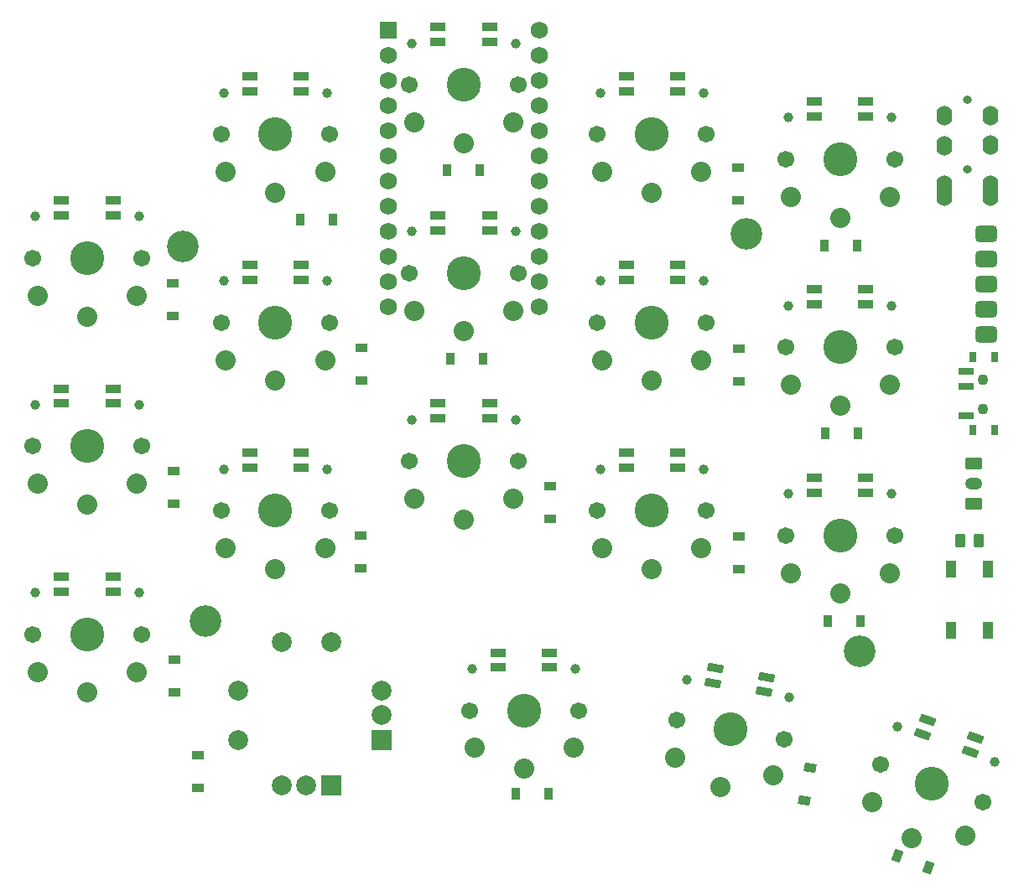
<source format=gbr>
%TF.GenerationSoftware,KiCad,Pcbnew,7.0.8*%
%TF.CreationDate,2023-11-08T13:39:32-05:00*%
%TF.ProjectId,bgkeeb,62676b65-6562-42e6-9b69-6361645f7063,rev?*%
%TF.SameCoordinates,Original*%
%TF.FileFunction,Soldermask,Top*%
%TF.FilePolarity,Negative*%
%FSLAX46Y46*%
G04 Gerber Fmt 4.6, Leading zero omitted, Abs format (unit mm)*
G04 Created by KiCad (PCBNEW 7.0.8) date 2023-11-08 13:39:32*
%MOMM*%
%LPD*%
G01*
G04 APERTURE LIST*
G04 Aperture macros list*
%AMRoundRect*
0 Rectangle with rounded corners*
0 $1 Rounding radius*
0 $2 $3 $4 $5 $6 $7 $8 $9 X,Y pos of 4 corners*
0 Add a 4 corners polygon primitive as box body*
4,1,4,$2,$3,$4,$5,$6,$7,$8,$9,$2,$3,0*
0 Add four circle primitives for the rounded corners*
1,1,$1+$1,$2,$3*
1,1,$1+$1,$4,$5*
1,1,$1+$1,$6,$7*
1,1,$1+$1,$8,$9*
0 Add four rect primitives between the rounded corners*
20,1,$1+$1,$2,$3,$4,$5,0*
20,1,$1+$1,$4,$5,$6,$7,0*
20,1,$1+$1,$6,$7,$8,$9,0*
20,1,$1+$1,$8,$9,$2,$3,0*%
%AMRotRect*
0 Rectangle, with rotation*
0 The origin of the aperture is its center*
0 $1 length*
0 $2 width*
0 $3 Rotation angle, in degrees counterclockwise*
0 Add horizontal line*
21,1,$1,$2,0,0,$3*%
G04 Aperture macros list end*
%ADD10RoundRect,0.250000X-0.262500X-0.450000X0.262500X-0.450000X0.262500X0.450000X-0.262500X0.450000X0*%
%ADD11C,1.701800*%
%ADD12C,0.990600*%
%ADD13C,3.429000*%
%ADD14C,2.032000*%
%ADD15R,1.100000X1.800000*%
%ADD16R,1.752600X1.752600*%
%ADD17C,1.752600*%
%ADD18R,2.000000X2.000000*%
%ADD19C,2.000000*%
%ADD20C,3.200000*%
%ADD21C,0.800000*%
%ADD22O,1.600000X2.000000*%
%ADD23R,1.200000X0.900000*%
%ADD24R,0.900000X1.200000*%
%ADD25RotRect,0.900000X1.200000X80.000000*%
%ADD26RotRect,0.900000X1.200000X340.000000*%
%ADD27RoundRect,0.250000X-0.625000X0.350000X-0.625000X-0.350000X0.625000X-0.350000X0.625000X0.350000X0*%
%ADD28O,1.750000X1.200000*%
%ADD29R,0.800000X1.000000*%
%ADD30C,1.100000*%
%ADD31R,1.500000X0.700000*%
%ADD32RoundRect,0.425000X0.675000X0.425000X-0.675000X0.425000X-0.675000X-0.425000X0.675000X-0.425000X0*%
%ADD33RoundRect,0.425000X0.675000X-0.425000X0.675000X0.425000X-0.675000X0.425000X-0.675000X-0.425000X0*%
%ADD34RoundRect,0.082000X0.718000X-0.328000X0.718000X0.328000X-0.718000X0.328000X-0.718000X-0.328000X0*%
%ADD35RoundRect,0.082000X0.650135X-0.447696X0.764049X0.198338X-0.650135X0.447696X-0.764049X-0.198338X0*%
%ADD36RoundRect,0.082000X0.562517X-0.553790X0.786882X0.062649X-0.562517X0.553790X-0.786882X-0.062649X0*%
G04 APERTURE END LIST*
D10*
%TO.C,R4*%
X149131093Y-86540404D03*
X150956093Y-86540404D03*
%TD*%
D11*
%TO.C,SW2*%
X74497588Y-45526488D03*
D12*
X74777588Y-41326488D03*
D13*
X79997588Y-45526488D03*
D12*
X85217588Y-41326488D03*
D11*
X85497588Y-45526488D03*
D14*
X79997588Y-51426488D03*
X74997588Y-49326488D03*
X84997588Y-49326488D03*
%TD*%
D11*
%TO.C,SW3*%
X93497587Y-40526488D03*
D12*
X93777587Y-36326488D03*
D13*
X98997587Y-40526488D03*
D12*
X104217587Y-36326488D03*
D11*
X104497587Y-40526488D03*
D14*
X98997587Y-46426488D03*
X93997587Y-44326488D03*
X103997587Y-44326488D03*
%TD*%
D11*
%TO.C,SW4*%
X112497586Y-45526488D03*
D12*
X112777586Y-41326488D03*
D13*
X117997586Y-45526488D03*
D12*
X123217586Y-41326488D03*
D11*
X123497586Y-45526488D03*
D14*
X117997586Y-51426488D03*
X112997586Y-49326488D03*
X122997586Y-49326488D03*
%TD*%
D11*
%TO.C,SW5*%
X131497585Y-48026489D03*
D12*
X131777585Y-43826489D03*
D13*
X136997585Y-48026489D03*
D12*
X142217585Y-43826489D03*
D11*
X142497585Y-48026489D03*
D14*
X136997585Y-53926489D03*
X131997585Y-51826489D03*
X141997585Y-51826489D03*
%TD*%
D11*
%TO.C,SW11*%
X55497589Y-77026486D03*
D12*
X55777589Y-72826486D03*
D13*
X60997589Y-77026486D03*
D12*
X66217589Y-72826486D03*
D11*
X66497589Y-77026486D03*
D14*
X60997589Y-82926486D03*
X55997589Y-80826486D03*
X65997589Y-80826486D03*
%TD*%
D11*
%TO.C,SW12*%
X74497588Y-64526487D03*
D12*
X74777588Y-60326487D03*
D13*
X79997588Y-64526487D03*
D12*
X85217588Y-60326487D03*
D11*
X85497588Y-64526487D03*
D14*
X79997588Y-70426487D03*
X74997588Y-68326487D03*
X84997588Y-68326487D03*
%TD*%
D11*
%TO.C,SW13*%
X93497587Y-59526487D03*
D12*
X93777587Y-55326487D03*
D13*
X98997587Y-59526487D03*
D12*
X104217587Y-55326487D03*
D11*
X104497587Y-59526487D03*
D14*
X98997587Y-65426487D03*
X93997587Y-63326487D03*
X103997587Y-63326487D03*
%TD*%
D11*
%TO.C,SW14*%
X112497586Y-64526487D03*
D12*
X112777586Y-60326487D03*
D13*
X117997586Y-64526487D03*
D12*
X123217586Y-60326487D03*
D11*
X123497586Y-64526487D03*
D14*
X117997586Y-70426487D03*
X112997586Y-68326487D03*
X122997586Y-68326487D03*
%TD*%
D11*
%TO.C,SW15*%
X131497585Y-67026488D03*
D12*
X131777585Y-62826488D03*
D13*
X136997585Y-67026488D03*
D12*
X142217585Y-62826488D03*
D11*
X142497585Y-67026488D03*
D14*
X136997585Y-72926488D03*
X131997585Y-70826488D03*
X141997585Y-70826488D03*
%TD*%
D11*
%TO.C,SW21*%
X55497588Y-96026485D03*
D12*
X55777588Y-91826485D03*
D13*
X60997588Y-96026485D03*
D12*
X66217588Y-91826485D03*
D11*
X66497588Y-96026485D03*
D14*
X60997588Y-101926485D03*
X55997588Y-99826485D03*
X65997588Y-99826485D03*
%TD*%
D11*
%TO.C,SW22*%
X74497587Y-83526486D03*
D12*
X74777587Y-79326486D03*
D13*
X79997587Y-83526486D03*
D12*
X85217587Y-79326486D03*
D11*
X85497587Y-83526486D03*
D14*
X79997587Y-89426486D03*
X74997587Y-87326486D03*
X84997587Y-87326486D03*
%TD*%
D11*
%TO.C,SW23*%
X93497586Y-78526487D03*
D12*
X93777586Y-74326487D03*
D13*
X98997586Y-78526487D03*
D12*
X104217586Y-74326487D03*
D11*
X104497586Y-78526487D03*
D14*
X98997586Y-84426487D03*
X93997586Y-82326487D03*
X103997586Y-82326487D03*
%TD*%
D11*
%TO.C,SW24*%
X112497586Y-83526487D03*
D12*
X112777586Y-79326487D03*
D13*
X117997586Y-83526487D03*
D12*
X123217586Y-79326487D03*
D11*
X123497586Y-83526487D03*
D14*
X117997586Y-89426487D03*
X112997586Y-87326487D03*
X122997586Y-87326487D03*
%TD*%
D11*
%TO.C,SW25*%
X131497585Y-86026487D03*
D12*
X131777585Y-81826487D03*
D13*
X136997585Y-86026487D03*
D12*
X142217585Y-81826487D03*
D11*
X142497585Y-86026487D03*
D14*
X136997585Y-91926487D03*
X131997585Y-89826487D03*
X141997585Y-89826487D03*
%TD*%
D11*
%TO.C,SW34*%
X120547231Y-104685691D03*
D12*
X121552300Y-100598120D03*
D13*
X125963674Y-105640756D03*
D12*
X131833693Y-102411007D03*
D11*
X131380117Y-106595821D03*
D14*
X124939150Y-111451122D03*
X120379772Y-108514785D03*
X130227850Y-110251266D03*
%TD*%
D11*
%TO.C,SW35*%
X141079806Y-109194845D03*
D12*
X142779404Y-105343902D03*
D13*
X146248115Y-111075956D03*
D12*
X152589795Y-108914592D03*
D11*
X151416424Y-112957067D03*
D14*
X144230196Y-116620142D03*
X140249975Y-112936687D03*
X149646902Y-116356889D03*
%TD*%
D15*
%TO.C,SW41*%
X148193593Y-95609404D03*
X151893593Y-89409404D03*
X151893593Y-95609404D03*
X148193593Y-89409404D03*
%TD*%
D11*
%TO.C,SW1*%
X55497589Y-58026487D03*
D12*
X55777589Y-53826487D03*
D13*
X60997589Y-58026487D03*
D12*
X66217589Y-53826487D03*
D11*
X66497589Y-58026487D03*
D14*
X60997589Y-63926487D03*
X55997589Y-61826487D03*
X65997589Y-61826487D03*
%TD*%
D16*
%TO.C,U1*%
X91369593Y-34978404D03*
D17*
X91369593Y-37518404D03*
X91369593Y-40058404D03*
X91369593Y-42598404D03*
X91369593Y-45138404D03*
X91369593Y-47678404D03*
X91369593Y-50218404D03*
X91369593Y-52758404D03*
X91369593Y-55298404D03*
X91369593Y-57838404D03*
X91369593Y-60378404D03*
X91369593Y-62918404D03*
X106609593Y-62918404D03*
X106609593Y-60378404D03*
X106609593Y-57838404D03*
X106609593Y-55298404D03*
X106609593Y-52758404D03*
X106609593Y-50218404D03*
X106609593Y-47678404D03*
X106609593Y-45138404D03*
X106609593Y-42598404D03*
X106609593Y-40058404D03*
X106609593Y-37518404D03*
X106609593Y-34978404D03*
%TD*%
D18*
%TO.C,SW42*%
X90741593Y-106693404D03*
D19*
X90741593Y-101693404D03*
X90741593Y-104193404D03*
X76241593Y-101693404D03*
X76241593Y-106693404D03*
%TD*%
D11*
%TO.C,SW6*%
X99578593Y-103714404D03*
D12*
X99858593Y-99514404D03*
D13*
X105078593Y-103714404D03*
D12*
X110298593Y-99514404D03*
D11*
X110578593Y-103714404D03*
D14*
X105078593Y-109614404D03*
X100078593Y-107514404D03*
X110078593Y-107514404D03*
%TD*%
D20*
%TO.C,*%
X138994593Y-97716404D03*
%TD*%
%TO.C,*%
X72954593Y-94668404D03*
%TD*%
D21*
%TO.C,U3*%
X149840393Y-42039404D03*
X149840393Y-49039404D03*
D22*
X147540393Y-51739404D03*
X152140393Y-50639404D03*
X152140393Y-46639404D03*
X152140393Y-43639404D03*
%TD*%
D23*
%TO.C,D7*%
X69665293Y-63857204D03*
X69665293Y-60557204D03*
%TD*%
%TO.C,D8*%
X69677993Y-82869104D03*
X69677993Y-79569104D03*
%TD*%
%TO.C,D9*%
X69779593Y-101919104D03*
X69779593Y-98619104D03*
%TD*%
D24*
%TO.C,D10*%
X85818693Y-54168104D03*
X82518693Y-54168104D03*
%TD*%
D23*
%TO.C,D16*%
X88677193Y-70359604D03*
X88677193Y-67059604D03*
%TD*%
%TO.C,D17*%
X88613693Y-89371504D03*
X88613693Y-86071504D03*
%TD*%
D24*
%TO.C,D18*%
X97326893Y-49100804D03*
X100626893Y-49100804D03*
%TD*%
%TO.C,D19*%
X97631693Y-68201604D03*
X100931693Y-68201604D03*
%TD*%
D23*
%TO.C,D20*%
X107752593Y-84367704D03*
X107752593Y-81067704D03*
%TD*%
D24*
%TO.C,D26*%
X104222993Y-112118204D03*
X107522993Y-112118204D03*
%TD*%
D23*
%TO.C,D27*%
X126726393Y-52160504D03*
X126726393Y-48860504D03*
%TD*%
%TO.C,D28*%
X126802593Y-70448504D03*
X126802593Y-67148504D03*
%TD*%
%TO.C,D29*%
X126739093Y-89396904D03*
X126739093Y-86096904D03*
%TD*%
D25*
%TO.C,D30*%
X133374074Y-112790637D03*
X133947112Y-109540771D03*
%TD*%
D24*
%TO.C,D31*%
X135452293Y-56733504D03*
X138752293Y-56733504D03*
%TD*%
%TO.C,D32*%
X135477693Y-75694604D03*
X138777693Y-75694604D03*
%TD*%
%TO.C,D33*%
X135757093Y-94693804D03*
X139057093Y-94693804D03*
%TD*%
D26*
%TO.C,D36*%
X142778100Y-118424571D03*
X145879086Y-119553237D03*
%TD*%
D23*
%TO.C,D37*%
X72192593Y-111558404D03*
X72192593Y-108258404D03*
%TD*%
D20*
%TO.C,*%
X127564593Y-55552404D03*
%TD*%
D27*
%TO.C,BATJ1*%
X150486993Y-78800004D03*
X150486993Y-82800004D03*
D28*
X150486993Y-80800004D03*
%TD*%
D20*
%TO.C,*%
X70668593Y-56822404D03*
%TD*%
D29*
%TO.C,SW_POWER1*%
X150373793Y-75349204D03*
X152583793Y-75349204D03*
D30*
X151415793Y-73281204D03*
X151415793Y-70281204D03*
D29*
X150373793Y-68049204D03*
X152583793Y-68049204D03*
D31*
X149723793Y-73949204D03*
X149723793Y-70949204D03*
X149723793Y-69449204D03*
%TD*%
D32*
%TO.C,J1*%
X151745393Y-55577804D03*
D33*
X151745393Y-58117804D03*
X151745393Y-60657804D03*
X151745393Y-63197804D03*
X151745393Y-65737804D03*
%TD*%
D21*
%TO.C,U4*%
X149851793Y-49067804D03*
X149851793Y-42067804D03*
D22*
X152151793Y-51767804D03*
X147551793Y-50667804D03*
X147551793Y-46667804D03*
X147551793Y-43667804D03*
%TD*%
D18*
%TO.C,SW7*%
X85614593Y-111312404D03*
D19*
X80614593Y-111312404D03*
X83114593Y-111312404D03*
X80614593Y-96812404D03*
X85614593Y-96812404D03*
%TD*%
D34*
%TO.C,D38*%
X58397589Y-53696488D03*
X58397589Y-52196488D03*
X63597589Y-52196488D03*
X63597589Y-53696488D03*
%TD*%
%TO.C,D39*%
X115397586Y-79196488D03*
X115397586Y-77696488D03*
X120597586Y-77696488D03*
X120597586Y-79196488D03*
%TD*%
%TO.C,D40*%
X58397589Y-72696487D03*
X58397589Y-71196487D03*
X63597589Y-71196487D03*
X63597589Y-72696487D03*
%TD*%
%TO.C,D44*%
X115397586Y-60196488D03*
X115397586Y-58696488D03*
X120597586Y-58696488D03*
X120597586Y-60196488D03*
%TD*%
%TO.C,D58*%
X58397588Y-91696486D03*
X58397588Y-90196486D03*
X63597588Y-90196486D03*
X63597588Y-91696486D03*
%TD*%
%TO.C,D61*%
X115397586Y-41196489D03*
X115397586Y-39696489D03*
X120597586Y-39696489D03*
X120597586Y-41196489D03*
%TD*%
%TO.C,D62*%
X134397585Y-43696490D03*
X134397585Y-42196490D03*
X139597585Y-42196490D03*
X139597585Y-43696490D03*
%TD*%
%TO.C,D63*%
X77397587Y-79196487D03*
X77397587Y-77696487D03*
X82597587Y-77696487D03*
X82597587Y-79196487D03*
%TD*%
%TO.C,D64*%
X134397585Y-62696489D03*
X134397585Y-61196489D03*
X139597585Y-61196489D03*
X139597585Y-62696489D03*
%TD*%
%TO.C,D65*%
X77397588Y-60196488D03*
X77397588Y-58696488D03*
X82597588Y-58696488D03*
X82597588Y-60196488D03*
%TD*%
%TO.C,D66*%
X134397585Y-81696488D03*
X134397585Y-80196488D03*
X139597585Y-80196488D03*
X139597585Y-81696488D03*
%TD*%
%TO.C,D67*%
X77397588Y-41196489D03*
X77397588Y-39696489D03*
X82597588Y-39696489D03*
X82597588Y-41196489D03*
%TD*%
%TO.C,D68*%
X102478593Y-99384405D03*
X102478593Y-97884405D03*
X107678593Y-97884405D03*
X107678593Y-99384405D03*
%TD*%
%TO.C,D69*%
X96397587Y-36196489D03*
X96397587Y-34696489D03*
X101597587Y-34696489D03*
X101597587Y-36196489D03*
%TD*%
%TO.C,D70*%
X96397587Y-55196488D03*
X96397587Y-53696488D03*
X101597587Y-53696488D03*
X101597587Y-55196488D03*
%TD*%
D35*
%TO.C,D71*%
X124155070Y-100925054D03*
X124415543Y-99447843D03*
X129536543Y-100350813D03*
X129276071Y-101828025D03*
%TD*%
D34*
%TO.C,D72*%
X96397586Y-74196488D03*
X96397586Y-72696488D03*
X101597586Y-72696488D03*
X101597586Y-74196488D03*
%TD*%
D36*
%TO.C,D73*%
X145285861Y-106117836D03*
X145798891Y-104708297D03*
X150685293Y-106486801D03*
X150172263Y-107896340D03*
%TD*%
M02*

</source>
